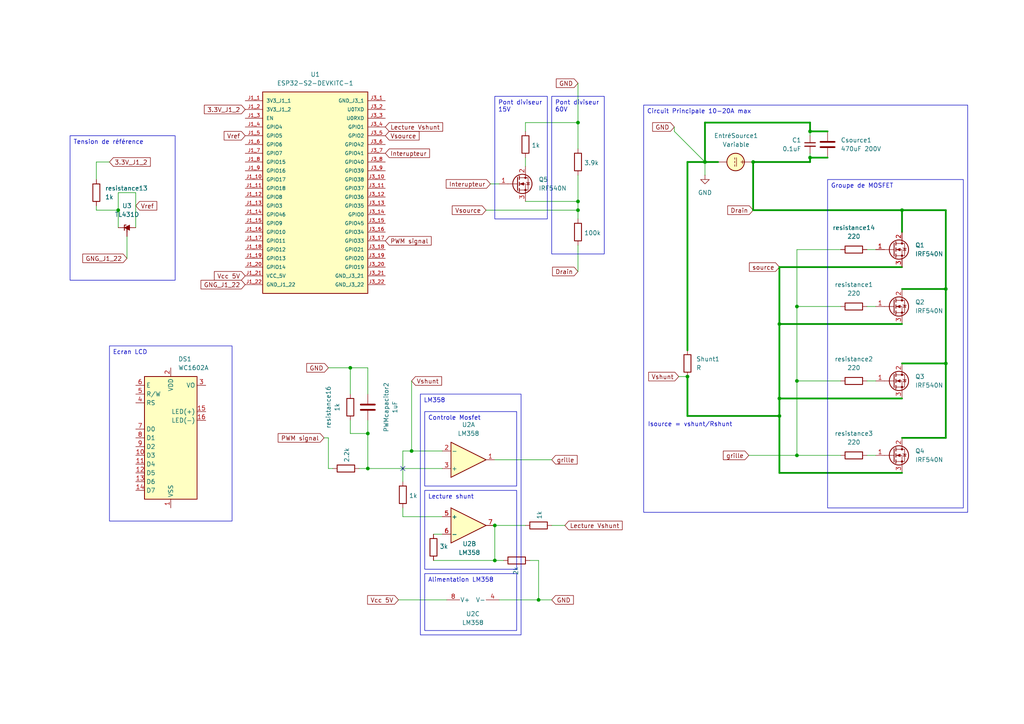
<source format=kicad_sch>
(kicad_sch (version 20250114) (generator "eeschema") (generator_version "9.0")
  (paper "A4")
  (lib_symbols
    (symbol "Amplifier_Operational:LM358" (pin_names (offset 0.127))
      (property "Reference" "U" (at 0 5.08 0))
      (property "Value" "LM358" (at 0 -5.08 0))
      (symbol "LM358_1_1"
        (polyline (pts (xy -5.08 5.08) (xy 5.08 0) (xy -5.08 -5.08) (xy -5.08 5.08)) (stroke (width 0.254)) (fill (type background)))
        (pin input line (at -7.62 2.54 0) (length 2.54) (name "+") (number "3"))
        (pin input line (at -7.62 -2.54 0) (length 2.54) (name "-") (number "2"))
        (pin output line (at 7.62 0 180) (length 2.54) (name "~") (number "1"))
      )
      (symbol "LM358_2_1"
        (polyline (pts (xy -5.08 5.08) (xy 5.08 0) (xy -5.08 -5.08) (xy -5.08 5.08)) (stroke (width 0.254)) (fill (type background)))
        (pin input line (at -7.62 2.54 0) (length 2.54) (name "+") (number "5"))
        (pin input line (at -7.62 -2.54 0) (length 2.54) (name "-") (number "6"))
        (pin output line (at 7.62 0 180) (length 2.54) (name "~") (number "7"))
      )
      (symbol "LM358_3_1"
        (pin power_in line (at -2.54 7.62 270) (length 3.81) (name "V+") (number "8"))
        (pin power_in line (at -2.54 -7.62 90) (length 3.81) (name "V-") (number "4"))
      )
    )
    (symbol "Device:C" (pin_numbers (hide yes)) (pin_names (offset 0.254))
      (property "Reference" "C" (at 0.635 2.54 0))
      (property "Value" "C" (at 0.635 -2.54 0))
      (symbol "C_0_1"
        (polyline (pts (xy -2.032 0.762) (xy 2.032 0.762)) (stroke (width 0.508)))
        (polyline (pts (xy -2.032 -0.762) (xy 2.032 -0.762)) (stroke (width 0.508)))
      )
      (symbol "C_1_1"
        (pin passive line (at 0 3.81 270) (length 2.794) (name "~") (number "1"))
        (pin passive line (at 0 -3.81 90) (length 2.794) (name "~") (number "2"))
      )
    )
    (symbol "Device:C_Small" (pin_numbers (hide yes)) (pin_names (offset 0.254) (hide yes))
      (property "Reference" "C" (at 0.254 1.778 0))
      (property "Value" "C_Small" (at 0.254 -2.032 0))
      (symbol "C_Small_0_1"
        (polyline (pts (xy -1.524 0.508) (xy 1.524 0.508)) (stroke (width 0.3048)))
        (polyline (pts (xy -1.524 -0.508) (xy 1.524 -0.508)) (stroke (width 0.3302)))
      )
      (symbol "C_Small_1_1"
        (pin passive line (at 0 2.54 270) (length 2.032) (name "~") (number "1"))
        (pin passive line (at 0 -2.54 90) (length 2.032) (name "~") (number "2"))
      )
    )
    (symbol "Device:R" (pin_numbers (hide yes)) (pin_names (offset 0))
      (property "Reference" "R" (at 2.032 0 90))
      (property "Value" "R" (at 0 0 90))
      (symbol "R_0_1"
        (rectangle (start -1.016 -2.54) (end 1.016 2.54) (stroke (width 0.254)))
      )
      (symbol "R_1_1"
        (pin passive line (at 0 3.81 270) (length 1.27) (name "~") (number "1"))
        (pin passive line (at 0 -3.81 90) (length 1.27) (name "~") (number "2"))
      )
    )
    (symbol "Display_Character:WC1602A"
      (property "Reference" "DS" (at -5.842 19.05 0))
      (property "Value" "WC1602A" (at 5.334 19.05 0))
      (symbol "WC1602A_1_1"
        (rectangle (start -7.62 17.78) (end 7.62 -17.78) (stroke (width 0.254)) (fill (type background)))
        (pin input line (at -10.16 15.24 0) (length 2.54) (name "E") (number "6"))
        (pin input line (at -10.16 12.7 0) (length 2.54) (name "R/W") (number "5"))
        (pin input line (at -10.16 10.16 0) (length 2.54) (name "RS") (number "4"))
        (pin input line (at -10.16 2.54 0) (length 2.54) (name "D0") (number "7"))
        (pin input line (at -10.16 0 0) (length 2.54) (name "D1") (number "8"))
        (pin input line (at -10.16 -2.54 0) (length 2.54) (name "D2") (number "9"))
        (pin input line (at -10.16 -5.08 0) (length 2.54) (name "D3") (number "10"))
        (pin input line (at -10.16 -7.62 0) (length 2.54) (name "D4") (number "11"))
        (pin input line (at -10.16 -10.16 0) (length 2.54) (name "D5") (number "12"))
        (pin input line (at -10.16 -12.7 0) (length 2.54) (name "D6") (number "13"))
        (pin input line (at -10.16 -15.24 0) (length 2.54) (name "D7") (number "14"))
        (pin power_in line (at 0 20.32 270) (length 2.54) (name "VDD") (number "2"))
        (pin power_in line (at 0 -20.32 90) (length 2.54) (name "VSS") (number "1"))
        (pin input line (at 10.16 15.24 180) (length 2.54) (name "VO") (number "3"))
        (pin power_in line (at 10.16 7.62 180) (length 2.54) (name "LED(+)") (number "15"))
        (pin power_in line (at 10.16 5.08 180) (length 2.54) (name "LED(-)") (number "16"))
      )
    )
    (symbol "ESP32-S2-DEVKITC-1:ESP32-S2-DEVKITC-1" (pin_names (offset 1.016))
      (property "Reference" "U" (at -15.24 31.242 0))
      (property "Value" "ESP32-S2-DEVKITC-1" (at -15.24 -30.48 0))
      (symbol "ESP32-S2-DEVKITC-1_0_0"
        (rectangle (start -15.24 -27.94) (end 15.24 30.48) (stroke (width 0.254)) (fill (type background)))
        (pin power_in line (at -20.32 27.94 0) (length 5.08) (name "3V3_J1_1") (number "J1_1"))
        (pin power_in line (at -20.32 25.4 0) (length 5.08) (name "3V3_J1_2") (number "J1_2"))
        (pin input line (at -20.32 22.86 0) (length 5.08) (name "EN") (number "J1_3"))
        (pin bidirectional line (at -20.32 20.32 0) (length 5.08) (name "GPIO4") (number "J1_4"))
        (pin bidirectional line (at -20.32 17.78 0) (length 5.08) (name "GPIO5") (number "J1_5"))
        (pin bidirectional line (at -20.32 15.24 0) (length 5.08) (name "GPIO6") (number "J1_6"))
        (pin bidirectional line (at -20.32 12.7 0) (length 5.08) (name "GPIO7") (number "J1_7"))
        (pin bidirectional line (at -20.32 10.16 0) (length 5.08) (name "GPIO15") (number "J1_8"))
        (pin bidirectional line (at -20.32 7.62 0) (length 5.08) (name "GPIO16") (number "J1_9"))
        (pin bidirectional line (at -20.32 5.08 0) (length 5.08) (name "GPIO17") (number "J1_10"))
        (pin bidirectional line (at -20.32 2.54 0) (length 5.08) (name "GPIO18") (number "J1_11"))
        (pin bidirectional line (at -20.32 0 0) (length 5.08) (name "GPIO8") (number "J1_12"))
        (pin bidirectional line (at -20.32 -2.54 0) (length 5.08) (name "GPIO3") (number "J1_13"))
        (pin bidirectional line (at -20.32 -5.08 0) (length 5.08) (name "GPIO46") (number "J1_14"))
        (pin bidirectional line (at -20.32 -7.62 0) (length 5.08) (name "GPIO9") (number "J1_15"))
        (pin bidirectional line (at -20.32 -10.16 0) (length 5.08) (name "GPIO10") (number "J1_16"))
        (pin bidirectional line (at -20.32 -12.7 0) (length 5.08) (name "GPIO11") (number "J1_17"))
        (pin bidirectional line (at -20.32 -15.24 0) (length 5.08) (name "GPIO12") (number "J1_18"))
        (pin bidirectional line (at -20.32 -17.78 0) (length 5.08) (name "GPIO13") (number "J1_19"))
        (pin bidirectional line (at -20.32 -20.32 0) (length 5.08) (name "GPIO14") (number "J1_20"))
        (pin power_in line (at -20.32 -22.86 0) (length 5.08) (name "VCC_5V") (number "J1_21"))
        (pin power_in line (at -20.32 -25.4 0) (length 5.08) (name "GND_J1_22") (number "J1_22"))
        (pin power_in line (at 20.32 27.94 180) (length 5.08) (name "GND_J3_1") (number "J3_1"))
        (pin bidirectional line (at 20.32 25.4 180) (length 5.08) (name "U0TXD") (number "J3_2"))
        (pin bidirectional line (at 20.32 22.86 180) (length 5.08) (name "U0RXD") (number "J3_3"))
        (pin bidirectional line (at 20.32 20.32 180) (length 5.08) (name "GPIO1") (number "J3_4"))
        (pin bidirectional line (at 20.32 17.78 180) (length 5.08) (name "GPIO2") (number "J3_5"))
        (pin bidirectional line (at 20.32 15.24 180) (length 5.08) (name "GPIO42") (number "J3_6"))
        (pin bidirectional line (at 20.32 12.7 180) (length 5.08) (name "GPIO41") (number "J3_7"))
        (pin bidirectional line (at 20.32 10.16 180) (length 5.08) (name "GPIO40") (number "J3_8"))
        (pin bidirectional line (at 20.32 7.62 180) (length 5.08) (name "GPIO39") (number "J3_9"))
        (pin bidirectional line (at 20.32 5.08 180) (length 5.08) (name "GPIO38") (number "J3_10"))
        (pin bidirectional line (at 20.32 2.54 180) (length 5.08) (name "GPIO37") (number "J3_11"))
        (pin bidirectional line (at 20.32 0 180) (length 5.08) (name "GPIO36") (number "J3_12"))
        (pin bidirectional line (at 20.32 -2.54 180) (length 5.08) (name "GPIO35") (number "J3_13"))
        (pin bidirectional line (at 20.32 -5.08 180) (length 5.08) (name "GPIO0") (number "J3_14"))
        (pin bidirectional line (at 20.32 -7.62 180) (length 5.08) (name "GPIO45") (number "J3_15"))
        (pin bidirectional line (at 20.32 -10.16 180) (length 5.08) (name "GPIO34") (number "J3_16"))
        (pin bidirectional line (at 20.32 -12.7 180) (length 5.08) (name "GPIO33") (number "J3_17"))
        (pin bidirectional line (at 20.32 -15.24 180) (length 5.08) (name "GPIO21") (number "J3_18"))
        (pin bidirectional line (at 20.32 -17.78 180) (length 5.08) (name "GPIO20") (number "J3_19"))
        (pin bidirectional line (at 20.32 -20.32 180) (length 5.08) (name "GPIO19") (number "J3_20"))
        (pin power_in line (at 20.32 -22.86 180) (length 5.08) (name "GND_J3_21") (number "J3_21"))
        (pin power_in line (at 20.32 -25.4 180) (length 5.08) (name "GND_J3_22") (number "J3_22"))
      )
    )
    (symbol "Reference_Voltage:TL431D" (pin_numbers (hide yes)) (pin_names (hide yes))
      (property "Reference" "U" (at 0 -2.54 0))
      (property "Value" "TL431D" (at 0 -4.445 0))
      (symbol "TL431D_0_1"
        (polyline (pts (xy -1.27 0) (xy 0 0) (xy 1.27 0)))
        (polyline (pts (xy -0.762 -0.762) (xy -0.762 0.762) (xy -0.762 0.762) (xy 0.762 0) (xy -0.762 -0.762)) (fill (type outline)))
        (polyline (pts (xy 0.254 -0.762) (xy 0.762 -0.762) (xy 0.762 0.762) (xy 0.762 0.762)) (stroke (width 0.254)))
      )
      (symbol "TL431D_1_1"
        (polyline (pts (xy 0 1.27) (xy 0 0)))
        (pin passive line (at -2.54 0 0) (length 2.54) (name "A") (number "2"))
        (pin passive line (at -2.54 0 0) (length 2.54) (hide yes) (name "A") (number "3"))
        (pin passive line (at -2.54 0 0) (length 2.54) (hide yes) (name "A") (number "6"))
        (pin passive line (at -2.54 0 0) (length 2.54) (hide yes) (name "A") (number "7"))
        (pin passive line (at 0 2.54 270) (length 2.54) (name "REF") (number "8"))
        (pin passive line (at 2.54 0 180) (length 2.54) (name "K") (number "1"))
      )
    )
    (symbol "Simulation_SPICE:VDC" (pin_numbers (hide yes)) (pin_names (offset 0.0254))
      (property "Reference" "V" (at 2.54 2.54 0))
      (property "Value" "1" (at 2.54 0 0))
      (symbol "VDC_0_0"
        (polyline (pts (xy -1.27 0.254) (xy 1.27 0.254)))
        (polyline (pts (xy -0.762 -0.254) (xy -1.27 -0.254)))
        (polyline (pts (xy 0.254 -0.254) (xy -0.254 -0.254)))
        (polyline (pts (xy 1.27 -0.254) (xy 0.762 -0.254)))
        (text "+" (at 0 1.905 0) (effects (font (size 1.27 1.27))))
      )
      (symbol "VDC_0_1"
        (circle (center 0 0) (radius 2.54) (stroke (width 0.254)) (fill (type background)))
      )
      (symbol "VDC_1_1"
        (pin passive line (at 0 5.08 270) (length 2.54) (name "~") (number "1"))
        (pin passive line (at 0 -5.08 90) (length 2.54) (name "~") (number "2"))
      )
    )
    (symbol "Transistor_FET:IRF540N" (pin_names (hide yes))
      (property "Reference" "Q" (at 5.08 1.905 0))
      (property "Value" "IRF540N" (at 5.08 0 0))
      (symbol "IRF540N_0_1"
        (polyline (pts (xy 0.254 1.905) (xy 0.254 -1.905)) (stroke (width 0.254)))
        (polyline (pts (xy 0.254 0) (xy -2.54 0)))
        (polyline (pts (xy 0.762 2.286) (xy 0.762 1.27)) (stroke (width 0.254)))
        (polyline (pts (xy 0.762 0.508) (xy 0.762 -0.508)) (stroke (width 0.254)))
        (polyline (pts (xy 0.762 -1.27) (xy 0.762 -2.286)) (stroke (width 0.254)))
        (polyline (pts (xy 0.762 -1.778) (xy 3.302 -1.778) (xy 3.302 1.778) (xy 0.762 1.778)))
        (polyline (pts (xy 1.016 0) (xy 2.032 0.381) (xy 2.032 -0.381) (xy 1.016 0)) (fill (type outline)))
        (circle (center 1.651 0) (radius 2.794) (stroke (width 0.254)))
        (polyline (pts (xy 2.54 2.54) (xy 2.54 1.778)))
        (circle (center 2.54 1.778) (radius 0.254) (fill (type outline)))
        (circle (center 2.54 -1.778) (radius 0.254) (fill (type outline)))
        (polyline (pts (xy 2.54 -2.54) (xy 2.54 0) (xy 0.762 0)))
        (polyline (pts (xy 2.794 0.508) (xy 2.921 0.381) (xy 3.683 0.381) (xy 3.81 0.254)))
        (polyline (pts (xy 3.302 0.381) (xy 2.921 -0.254) (xy 3.683 -0.254) (xy 3.302 0.381)))
      )
      (symbol "IRF540N_1_1"
        (pin input line (at -5.08 0 0) (length 2.54) (name "G") (number "1"))
        (pin passive line (at 2.54 5.08 270) (length 2.54) (name "D") (number "2"))
        (pin passive line (at 2.54 -5.08 90) (length 2.54) (name "S") (number "3"))
      )
    )
    (symbol "power:GND" (power) (pin_numbers (hide yes)) (pin_names (offset 0) (hide yes))
      (property "Value" "GND" (at 0 -3.81 0))
      (symbol "GND_0_1"
        (polyline (pts (xy 0 0) (xy 0 -1.27) (xy 1.27 -1.27) (xy 0 -2.54) (xy -1.27 -1.27) (xy 0 -1.27)))
      )
      (symbol "GND_1_1"
        (pin power_in line (at 0 0 270) (length 0) (name "~") (number "1"))
      )
    )
  )
  (text "Isource = vshunt/Rshunt" (at 200.152 123.19 0) (effects (font (size 1.27 1.27))))
  (text_box "Circuit Principale 10-20A max " (at 186.69 30.48 0) (size 93.98 118.11) (margins 0.9525 0.9525 0.9525 0.9525) (effects (font (size 1.27 1.27)) (justify left top)))
  (text_box "Alimentation LM358" (at 123.19 166.37 0) (size 26.67 16.51) (margins 0.9525 0.9525 0.9525 0.9525) (effects (font (size 1.27 1.27)) (justify left top)))
  (text_box "Ecran LCD" (at 31.75 100.33 0) (size 35.56 50.8) (margins 0.9525 0.9525 0.9525 0.9525) (effects (font (size 1.27 1.27)) (justify left top)))
  (text_box "Pont diviseur 60V" (at 160.02 27.94 0) (size 15.24 45.72) (margins 0.9525 0.9525 0.9525 0.9525) (effects (font (size 1.27 1.27)) (justify left top)))
  (text_box "Groupe de MOSFET" (at 240.03 52.07 0) (size 39.37 95.25) (margins 0.9525 0.9525 0.9525 0.9525) (effects (font (size 1.27 1.27)) (justify left top)))
  (text_box "Controle Mosfet" (at 123.19 119.38 0) (size 26.67 21.59) (margins 0.9525 0.9525 0.9525 0.9525) (effects (font (size 1.27 1.27)) (justify left top)))
  (text_box "Pont diviseur 15V" (at 143.51 27.94 0) (size 15.24 35.56) (margins 0.9525 0.9525 0.9525 0.9525) (effects (font (size 1.27 1.27)) (justify left top)))
  (text_box "Lecture shunt" (at 123.19 142.24 0) (size 26.67 22.86) (margins 0.9525 0.9525 0.9525 0.9525) (effects (font (size 1.27 1.27)) (justify left top)))
  (text_box "Tension de référence" (at 20.32 39.37 0) (size 30.48 41.91) (margins 0.9525 0.9525 0.9525 0.9525) (effects (font (size 1.27 1.27)) (justify left top)))
  (text_box "LM358" (at 121.92 114.3 0) (size 29.21 69.85) (margins 0.9525 0.9525 0.9525 0.9525) (effects (font (size 1.27 1.27)) (justify left top)))
  (junction (at 143.51 152.4))
  (junction (at 204.47 46.99))
  (junction (at 234.95 38.1))
  (junction (at 226.06 93.98))
  (junction (at 199.39 109.22))
  (junction (at 261.62 60.96))
  (junction (at 231.14 132.08))
  (junction (at 167.64 60.96))
  (junction (at 218.44 46.99))
  (junction (at 34.29 60.96))
  (junction (at 167.64 35.56))
  (junction (at 234.95 45.72))
  (junction (at 156.21 173.99))
  (junction (at 274.32 83.82))
  (junction (at 226.06 120.65))
  (junction (at 143.51 162.56))
  (junction (at 167.64 58.42))
  (junction (at 231.14 110.49))
  (junction (at 231.14 88.9))
  (junction (at 226.06 115.57))
  (junction (at 106.68 135.89))
  (junction (at 119.38 130.81))
  (junction (at 101.6 106.68))
  (junction (at 274.32 105.41))
  (junction (at 106.68 125.73))
  (no_connect (at 116.84 135.89))
  (wire (pts (xy 39.37 66.04) (xy 39.37 55.88)))
  (wire (pts (xy 152.4 35.56) (xy 152.4 38.1)))
  (wire (pts (xy 261.62 83.82) (xy 274.32 83.82)) (stroke (width 0.508)))
  (wire (pts (xy 231.14 110.49) (xy 231.14 132.08)))
  (wire (pts (xy 125.73 162.56) (xy 143.51 162.56)))
  (wire (pts (xy 140.97 60.96) (xy 167.64 60.96)))
  (wire (pts (xy 231.14 88.9) (xy 243.84 88.9)))
  (wire (pts (xy 116.84 149.86) (xy 128.27 149.86)))
  (wire (pts (xy 217.17 132.08) (xy 231.14 132.08)))
  (wire (pts (xy 226.06 77.47) (xy 261.62 77.47)) (stroke (width 0.508)))
  (wire (pts (xy 167.64 60.96) (xy 167.64 63.5)))
  (wire (pts (xy 144.78 173.99) (xy 156.21 173.99)))
  (wire (pts (xy 116.84 130.81) (xy 116.84 139.7)))
  (wire (pts (xy 125.73 154.94) (xy 128.27 154.94)))
  (wire (pts (xy 152.4 35.56) (xy 167.64 35.56)))
  (wire (pts (xy 274.32 83.82) (xy 274.32 105.41)) (stroke (width 0.508)))
  (wire (pts (xy 95.25 127) (xy 95.25 135.89)))
  (wire (pts (xy 251.46 88.9) (xy 254 88.9)))
  (wire (pts (xy 31.75 46.99) (xy 27.94 46.99)))
  (wire (pts (xy 142.24 53.34) (xy 144.78 53.34)))
  (wire (pts (xy 199.39 120.65) (xy 226.06 120.65)) (stroke (width 0.508)))
  (wire (pts (xy 106.68 121.92) (xy 106.68 125.73)))
  (wire (pts (xy 152.4 58.42) (xy 167.64 58.42)))
  (wire (pts (xy 231.14 88.9) (xy 231.14 110.49)))
  (wire (pts (xy 199.39 46.99) (xy 199.39 101.6)) (stroke (width 0.508)))
  (wire (pts (xy 231.14 110.49) (xy 243.84 110.49)))
  (wire (pts (xy 274.32 60.96) (xy 274.32 83.82)) (stroke (width 0.508)))
  (wire (pts (xy 274.32 105.41) (xy 274.32 127)) (stroke (width 0.508)))
  (wire (pts (xy 27.94 59.69) (xy 27.94 60.96)))
  (wire (pts (xy 104.14 135.89) (xy 106.68 135.89)))
  (wire (pts (xy 234.95 44.45) (xy 234.95 45.72)))
  (wire (pts (xy 195.58 38.1) (xy 204.47 46.99)))
  (wire (pts (xy 153.67 162.56) (xy 156.21 162.56)))
  (wire (pts (xy 199.39 46.99) (xy 204.47 46.99)) (stroke (width 0.508)))
  (wire (pts (xy 36.83 68.58) (xy 36.83 74.93)))
  (wire (pts (xy 160.02 133.35) (xy 143.51 133.35)))
  (wire (pts (xy 226.06 93.98) (xy 226.06 115.57)) (stroke (width 0.508)))
  (wire (pts (xy 106.68 135.89) (xy 128.27 135.89)))
  (wire (pts (xy 119.38 130.81) (xy 128.27 130.81)))
  (wire (pts (xy 226.06 115.57) (xy 226.06 120.65)) (stroke (width 0.508)))
  (wire (pts (xy 95.25 135.89) (xy 96.52 135.89)))
  (wire (pts (xy 27.94 60.96) (xy 34.29 60.96)))
  (wire (pts (xy 167.64 24.13) (xy 167.64 35.56)))
  (wire (pts (xy 274.32 127) (xy 261.62 127)) (stroke (width 0.508)))
  (wire (pts (xy 261.62 105.41) (xy 274.32 105.41)) (stroke (width 0.508)))
  (wire (pts (xy 231.14 72.39) (xy 231.14 88.9)))
  (wire (pts (xy 234.95 38.1) (xy 234.95 39.37)))
  (wire (pts (xy 208.28 46.99) (xy 204.47 46.99)) (stroke (width 0.508)))
  (wire (pts (xy 204.47 35.56) (xy 234.95 35.56)) (stroke (width 0.508)))
  (wire (pts (xy 199.39 109.22) (xy 199.39 120.65)) (stroke (width 0.508)))
  (wire (pts (xy 167.64 71.12) (xy 167.64 78.74)))
  (wire (pts (xy 143.51 152.4) (xy 152.4 152.4)))
  (wire (pts (xy 167.64 35.56) (xy 167.64 43.18)))
  (wire (pts (xy 101.6 121.92) (xy 101.6 125.73)))
  (wire (pts (xy 34.29 55.88) (xy 34.29 60.96)))
  (wire (pts (xy 101.6 106.68) (xy 101.6 114.3)))
  (wire (pts (xy 116.84 130.81) (xy 119.38 130.81)))
  (wire (pts (xy 195.58 36.83) (xy 195.58 38.1)))
  (wire (pts (xy 101.6 106.68) (xy 106.68 106.68)))
  (wire (pts (xy 115.57 173.99) (xy 129.54 173.99)))
  (wire (pts (xy 95.25 106.68) (xy 101.6 106.68)))
  (wire (pts (xy 156.21 162.56) (xy 156.21 173.99)))
  (wire (pts (xy 218.44 60.96) (xy 261.62 60.96)) (stroke (width 0.508)))
  (wire (pts (xy 231.14 132.08) (xy 243.84 132.08)))
  (wire (pts (xy 116.84 147.32) (xy 116.84 149.86)))
  (wire (pts (xy 251.46 72.39) (xy 254 72.39)))
  (wire (pts (xy 143.51 162.56) (xy 146.05 162.56)))
  (wire (pts (xy 234.95 45.72) (xy 240.03 45.72)) (stroke (width 0.508)))
  (wire (pts (xy 196.85 109.22) (xy 199.39 109.22)))
  (wire (pts (xy 156.21 173.99) (xy 160.02 173.99)))
  (wire (pts (xy 27.94 46.99) (xy 27.94 52.07)))
  (wire (pts (xy 218.44 46.99) (xy 218.44 60.96)) (stroke (width 0.508)))
  (wire (pts (xy 251.46 132.08) (xy 254 132.08)))
  (wire (pts (xy 226.06 115.57) (xy 261.62 115.57)) (stroke (width 0.508)))
  (wire (pts (xy 167.64 50.8) (xy 167.64 58.42)))
  (wire (pts (xy 251.46 110.49) (xy 254 110.49)))
  (wire (pts (xy 204.47 35.56) (xy 204.47 46.99)) (stroke (width 0.508)))
  (wire (pts (xy 39.37 55.88) (xy 34.29 55.88)))
  (wire (pts (xy 218.44 46.99) (xy 234.95 46.99)) (stroke (width 0.508)))
  (wire (pts (xy 143.51 152.4) (xy 143.51 162.56)))
  (wire (pts (xy 101.6 125.73) (xy 106.68 125.73)))
  (wire (pts (xy 167.64 58.42) (xy 167.64 60.96)))
  (wire (pts (xy 234.95 35.56) (xy 234.95 38.1)) (stroke (width 0.508)))
  (wire (pts (xy 106.68 106.68) (xy 106.68 114.3)))
  (wire (pts (xy 226.06 77.47) (xy 226.06 93.98)) (stroke (width 0.508)))
  (wire (pts (xy 261.62 60.96) (xy 261.62 67.31)) (stroke (width 0.508)))
  (wire (pts (xy 234.95 46.99) (xy 234.95 45.72)) (stroke (width 0.508)))
  (wire (pts (xy 231.14 72.39) (xy 243.84 72.39)))
  (wire (pts (xy 163.83 152.4) (xy 160.02 152.4)))
  (wire (pts (xy 226.06 137.16) (xy 261.62 137.16)) (stroke (width 0.508)))
  (wire (pts (xy 226.06 93.98) (xy 261.62 93.98)) (stroke (width 0.508)))
  (wire (pts (xy 204.47 46.99) (xy 204.47 50.8)))
  (wire (pts (xy 274.32 60.96) (xy 261.62 60.96)) (stroke (width 0.508)))
  (wire (pts (xy 152.4 45.72) (xy 152.4 48.26)))
  (wire (pts (xy 93.98 127) (xy 95.25 127)))
  (wire (pts (xy 234.95 38.1) (xy 240.03 38.1)) (stroke (width 0.508)))
  (wire (pts (xy 226.06 120.65) (xy 226.06 137.16)) (stroke (width 0.508)))
  (wire (pts (xy 119.38 110.49) (xy 119.38 130.81)))
  (wire (pts (xy 34.29 60.96) (xy 34.29 66.04)))
  (wire (pts (xy 106.68 125.73) (xy 106.68 135.89)))
  (global_label "Vref" (shape input) (at 71.12 39.37 180) (property "Intersheetrefs" "${INTERSHEET_REFS}" (effects (hide yes))))
  (global_label "PWM signal" (shape input) (at 93.98 127 180) (property "Intersheetrefs" "${INTERSHEET_REFS}" (effects (hide yes))))
  (global_label "PWM signal" (shape input) (at 111.76 69.85 0) (property "Intersheetrefs" "${INTERSHEET_REFS}" (effects (hide yes))))
  (global_label "Vcc 5V" (shape input) (at 71.12 80.01 180) (property "Intersheetrefs" "${INTERSHEET_REFS}" (effects (hide yes))))
  (global_label "Drain" (shape input) (at 167.64 78.74 180) (property "Intersheetrefs" "${INTERSHEET_REFS}" (effects (hide yes))))
  (global_label "Vshunt" (shape input) (at 196.85 109.22 180) (property "Intersheetrefs" "${INTERSHEET_REFS}" (effects (hide yes))))
  (global_label "3.3V_J1_2" (shape input) (at 31.75 46.99 0) (property "Intersheetrefs" "${INTERSHEET_REFS}" (effects (hide yes))))
  (global_label "Interupteur" (shape input) (at 142.24 53.34 180) (property "Intersheetrefs" "${INTERSHEET_REFS}" (effects (hide yes))))
  (global_label "grille" (shape input) (at 217.17 132.08 180) (property "Intersheetrefs" "${INTERSHEET_REFS}" (effects (hide yes))))
  (global_label "GNG_J1_22" (shape input) (at 36.83 74.93 180) (property "Intersheetrefs" "${INTERSHEET_REFS}" (effects (hide yes))))
  (global_label "grille" (shape input) (at 160.02 133.35 0) (property "Intersheetrefs" "${INTERSHEET_REFS}" (effects (hide yes))))
  (global_label "Lecture Vshunt" (shape input) (at 163.83 152.4 0) (property "Intersheetrefs" "${INTERSHEET_REFS}" (effects (hide yes))))
  (global_label "Vref" (shape input) (at 39.37 59.69 0) (property "Intersheetrefs" "${INTERSHEET_REFS}" (effects (hide yes))))
  (global_label "GND" (shape input) (at 95.25 106.68 180) (property "Intersheetrefs" "${INTERSHEET_REFS}" (effects (hide yes))))
  (global_label "Drain" (shape input) (at 218.44 60.96 180) (property "Intersheetrefs" "${INTERSHEET_REFS}" (effects (hide yes))))
  (global_label "GND" (shape input) (at 167.64 24.13 180) (property "Intersheetrefs" "${INTERSHEET_REFS}" (effects (hide yes))))
  (global_label "Vsource" (shape input) (at 111.76 39.37 0) (property "Intersheetrefs" "${INTERSHEET_REFS}" (effects (hide yes))))
  (global_label "Vsource" (shape input) (at 140.97 60.96 180) (property "Intersheetrefs" "${INTERSHEET_REFS}" (effects (hide yes))))
  (global_label "Vshunt" (shape input) (at 119.38 110.49 0) (property "Intersheetrefs" "${INTERSHEET_REFS}" (effects (hide yes))))
  (global_label "Vcc 5V" (shape input) (at 115.57 173.99 180) (property "Intersheetrefs" "${INTERSHEET_REFS}" (effects (hide yes))))
  (global_label "Lecture Vshunt" (shape input) (at 111.76 36.83 0) (property "Intersheetrefs" "${INTERSHEET_REFS}" (effects (hide yes))))
  (global_label "GND" (shape input) (at 195.58 36.83 180) (property "Intersheetrefs" "${INTERSHEET_REFS}" (effects (hide yes))))
  (global_label "GNG_J1_22" (shape input) (at 71.12 82.55 180) (property "Intersheetrefs" "${INTERSHEET_REFS}" (effects (hide yes))))
  (global_label "GND" (shape input) (at 160.02 173.99 0) (property "Intersheetrefs" "${INTERSHEET_REFS}" (effects (hide yes))))
  (global_label "Interupteur" (shape input) (at 111.76 44.45 0) (property "Intersheetrefs" "${INTERSHEET_REFS}" (effects (hide yes))))
  (global_label "3.3V_J1_2" (shape input) (at 71.12 31.75 180) (property "Intersheetrefs" "${INTERSHEET_REFS}" (effects (hide yes))))
  (global_label "source" (shape input) (at 226.06 77.47 180) (property "Intersheetrefs" "${INTERSHEET_REFS}" (effects (hide yes))))
  (symbol (lib_id "Device:R") (at 247.65 110.49 90) (unit 1)
    (property "Reference" "resistance2" (at 247.65 104.14 90))
    (property "Value" "220" (at 247.65 106.68 90))
    (property "Description" "Resistor" (effects (hide yes)))
  )
  (symbol (lib_id "Device:R") (at 247.65 88.9 90) (unit 1)
    (property "Reference" "resistance1" (at 247.65 82.55 90))
    (property "Value" "220" (at 247.65 85.09 90))
    (property "Description" "Resistor" (effects (hide yes)))
  )
  (symbol (lib_id "Amplifier_Operational:LM358") (at 135.89 152.4 0) (unit 2)
    (property "Reference" "U2" (at 136.144 157.734 0))
    (property "Value" "LM358" (at 136.144 160.274 0))
    (property "Datasheet" "http://www.ti.com/lit/ds/symlink/lm2904-n.pdf" (effects (hide yes)))
    (property "Description" "Low-Power, Dual Operational Amplifiers, DIP-8/SOIC-8/TO-99-8" (effects (hide yes)))
  )
  (symbol (lib_id "Device:C_Small") (at 234.95 41.91 0) (mirror y) (unit 1)
    (property "Reference" "C1" (at 232.41 40.6462 0) (effects (justify left)))
    (property "Value" "0.1uF" (at 232.41 43.1862 0) (effects (justify left)))
    (property "Description" "Unpolarized capacitor, small symbol" (effects (hide yes)))
  )
  (symbol (lib_id "power:GND") (at 204.47 50.8 0) (unit 1)
    (property "Reference" "#PWR01" (effects (hide yes)))
    (property "Value" "GND" (at 204.47 55.88 0))
    (property "Description" "Power symbol creates a global label with name \"GND\" , ground" (effects (hide yes)))
  )
  (symbol (lib_id "Device:R") (at 167.64 67.31 0) (unit 1)
    (property "Reference" "resistance7" (effects (hide yes)))
    (property "Value" "100k" (at 169.418 67.564 0) (effects (justify left)))
    (property "Description" "Resistor" (effects (hide yes)))
  )
  (symbol (lib_id "Device:R") (at 116.84 143.51 0) (unit 1)
    (property "Reference" "resistance6" (effects (hide yes)))
    (property "Value" "1k" (at 118.618 143.764 0) (effects (justify left)))
    (property "Description" "Resistor" (effects (hide yes)))
  )
  (symbol (lib_id "Device:C") (at 106.68 118.11 180) (unit 1)
    (property "Reference" "PWMcapacitor2" (at 112.014 118.11 90))
    (property "Value" "1uF" (at 114.554 118.11 90))
    (property "Description" "Unpolarized capacitor" (effects (hide yes)))
  )
  (symbol (lib_id "Transistor_FET:IRF540N") (at 259.08 88.9 0) (unit 1)
    (property "Reference" "Q2" (at 265.43 87.6299 0) (effects (justify left)))
    (property "Value" "IRF540N" (at 265.43 90.1699 0) (effects (justify left)))
    (property "Footprint" "Package_TO_SOT_THT:TO-220-3_Vertical" (effects (hide yes)))
    (property "Datasheet" "http://www.irf.com/product-info/datasheets/data/irf540n.pdf" (effects (hide yes)))
    (property "Description" "33A Id, 100V Vds, HEXFET N-Channel MOSFET, TO-220" (effects (hide yes)))
  )
  (symbol (lib_id "Transistor_FET:IRF540N") (at 149.86 53.34 0) (unit 1)
    (property "Reference" "Q5" (at 156.21 52.0699 0) (effects (justify left)))
    (property "Value" "IRF540N" (at 156.21 54.6099 0) (effects (justify left)))
    (property "Footprint" "Package_TO_SOT_THT:TO-220-3_Vertical" (effects (hide yes)))
    (property "Datasheet" "http://www.irf.com/product-info/datasheets/data/irf540n.pdf" (effects (hide yes)))
    (property "Description" "33A Id, 100V Vds, HEXFET N-Channel MOSFET, TO-220" (effects (hide yes)))
  )
  (symbol (lib_id "Device:R") (at 152.4 41.91 0) (unit 1)
    (property "Reference" "resistance5" (effects (hide yes)))
    (property "Value" "1k" (at 154.178 42.164 0) (effects (justify left)))
    (property "Description" "Resistor" (effects (hide yes)))
  )
  (symbol (lib_id "Simulation_SPICE:VDC") (at 213.36 46.99 270) (unit 1)
    (property "Reference" "EntréSource1" (at 213.4898 39.37 90))
    (property "Value" "Variable" (at 213.4898 41.91 90))
    (property "Datasheet" "https://ngspice.sourceforge.io/docs/ngspice-html-manual/manual.xhtml#sec_Independent_Sources_for" (effects (hide yes)))
    (property "Description" "Voltage source, DC" (effects (hide yes)))
    (property "Sim.Pins" "1=+ 2=-" (effects (hide yes)))
    (property "Sim.Type" "DC" (effects (hide yes)))
    (property "Sim.Device" "V" (effects (hide yes)))
  )
  (symbol (lib_id "Device:R") (at 167.64 46.99 0) (unit 1)
    (property "Reference" "resistance4" (effects (hide yes)))
    (property "Value" "3.9k" (at 169.418 47.244 0) (effects (justify left)))
    (property "Description" "Resistor" (effects (hide yes)))
  )
  (symbol (lib_id "Device:R") (at 199.39 105.41 0) (unit 1)
    (property "Reference" "Shunt1" (at 201.93 104.1399 0) (effects (justify left)))
    (property "Value" "R" (at 201.93 106.6799 0) (effects (justify left)))
    (property "Description" "Resistor" (effects (hide yes)))
  )
  (symbol (lib_id "Device:R") (at 125.73 158.75 0) (mirror x) (unit 1)
    (property "Reference" "resistance8" (effects (hide yes)))
    (property "Value" "3k" (at 127.508 158.496 0) (effects (justify left)))
    (property "Description" "Resistor" (effects (hide yes)))
  )
  (symbol (lib_id "Device:R") (at 101.6 118.11 180) (unit 1)
    (property "Reference" "resistance16" (at 95.25 118.11 90))
    (property "Value" "1k" (at 97.79 118.11 90))
    (property "Description" "Resistor" (effects (hide yes)))
  )
  (symbol (lib_id "Device:R") (at 27.94 55.88 0) (unit 1)
    (property "Reference" "resistance13" (at 30.48 54.6099 0) (effects (justify left)))
    (property "Value" "1k" (at 30.48 57.1499 0) (effects (justify left)))
    (property "Description" "Resistor" (effects (hide yes)))
  )
  (symbol (lib_id "Device:R") (at 100.33 135.89 90) (unit 1)
    (property "Reference" "resistance15" (effects (hide yes)))
    (property "Value" "2.2k" (at 100.584 134.112 0) (effects (justify left)))
    (property "Description" "Resistor" (effects (hide yes)))
  )
  (symbol (lib_id "Device:R") (at 149.86 162.56 270) (unit 1)
    (property "Reference" "resistance9" (effects (hide yes)))
    (property "Value" "2k" (at 149.606 164.338 0) (effects (justify left)))
    (property "Description" "Resistor" (effects (hide yes)))
  )
  (symbol (lib_id "Transistor_FET:IRF540N") (at 259.08 72.39 0) (unit 1)
    (property "Reference" "Q1" (at 265.43 71.1199 0) (effects (justify left)))
    (property "Value" "IRF540N" (at 265.43 73.6599 0) (effects (justify left)))
    (property "Footprint" "Package_TO_SOT_THT:TO-220-3_Vertical" (effects (hide yes)))
    (property "Datasheet" "http://www.irf.com/product-info/datasheets/data/irf540n.pdf" (effects (hide yes)))
    (property "Description" "33A Id, 100V Vds, HEXFET N-Channel MOSFET, TO-220" (effects (hide yes)))
  )
  (symbol (lib_id "Device:R") (at 247.65 72.39 90) (unit 1)
    (property "Reference" "resistance14" (at 247.65 66.04 90))
    (property "Value" "220" (at 247.65 68.58 90))
    (property "Description" "Resistor" (effects (hide yes)))
  )
  (symbol (lib_id "Display_Character:WC1602A") (at 49.53 127 0) (unit 1)
    (property "Reference" "DS1" (at 51.6733 104.14 0) (effects (justify left)))
    (property "Value" "WC1602A" (at 51.6733 106.68 0) (effects (justify left)))
    (property "Footprint" "Display:WC1602A" (effects (hide yes)))
    (property "Datasheet" "http://www.wincomlcd.com/pdf/WC1602A-SFYLYHTC06.pdf" (effects (hide yes)))
    (property "Description" "LCD 16x2 Alphanumeric , 8 bit parallel bus, 5V VDD" (effects (hide yes)))
  )
  (symbol (lib_id "Device:R") (at 156.21 152.4 90) (unit 1)
    (property "Reference" "resistance11" (effects (hide yes)))
    (property "Value" "1k" (at 156.464 150.622 0) (effects (justify left)))
    (property "Description" "Resistor" (effects (hide yes)))
  )
  (symbol (lib_id "Transistor_FET:IRF540N") (at 259.08 132.08 0) (unit 1)
    (property "Reference" "Q4" (at 265.43 130.8099 0) (effects (justify left)))
    (property "Value" "IRF540N" (at 265.43 133.3499 0) (effects (justify left)))
    (property "Footprint" "Package_TO_SOT_THT:TO-220-3_Vertical" (effects (hide yes)))
    (property "Datasheet" "http://www.irf.com/product-info/datasheets/data/irf540n.pdf" (effects (hide yes)))
    (property "Description" "33A Id, 100V Vds, HEXFET N-Channel MOSFET, TO-220" (effects (hide yes)))
  )
  (symbol (lib_id "Device:C") (at 240.03 41.91 0) (unit 1)
    (property "Reference" "Csource1" (at 243.84 40.6399 0) (effects (justify left)))
    (property "Value" "470uF 200V" (at 243.84 43.1799 0) (effects (justify left)))
    (property "Description" "Unpolarized capacitor" (effects (hide yes)))
  )
  (symbol (lib_id "Device:R") (at 247.65 132.08 90) (unit 1)
    (property "Reference" "resistance3" (at 247.65 125.73 90))
    (property "Value" "220" (at 247.65 128.27 90))
    (property "Description" "Resistor" (effects (hide yes)))
  )
  (symbol (lib_id "Transistor_FET:IRF540N") (at 259.08 110.49 0) (unit 1)
    (property "Reference" "Q3" (at 265.43 109.2199 0) (effects (justify left)))
    (property "Value" "IRF540N" (at 265.43 111.7599 0) (effects (justify left)))
    (property "Footprint" "Package_TO_SOT_THT:TO-220-3_Vertical" (effects (hide yes)))
    (property "Datasheet" "http://www.irf.com/product-info/datasheets/data/irf540n.pdf" (effects (hide yes)))
    (property "Description" "33A Id, 100V Vds, HEXFET N-Channel MOSFET, TO-220" (effects (hide yes)))
  )
  (symbol (lib_id "Reference_Voltage:TL431D") (at 36.83 66.04 180) (unit 1)
    (property "Reference" "U3" (at 36.83 59.69 0))
    (property "Value" "TL431D" (at 36.83 62.23 0))
    (property "Footprint" "Package_SO:SOIC-8_3.9x4.9mm_P1.27mm" (effects (hide yes)))
    (property "Datasheet" "http://www.ti.com/lit/ds/symlink/tl431.pdf" (effects (hide yes)))
    (property "Description" "Shunt Regulator, SO-8" (effects (hide yes)))
  )
  (symbol (lib_id "Amplifier_Operational:LM358") (at 137.16 176.53 90) (mirror x) (unit 3)
    (property "Reference" "U2" (at 137.16 178.054 90))
    (property "Value" "LM358" (at 137.16 180.594 90))
    (property "Datasheet" "http://www.ti.com/lit/ds/symlink/lm2904-n.pdf" (effects (hide yes)))
    (property "Description" "Low-Power, Dual Operational Amplifiers, DIP-8/SOIC-8/TO-99-8" (effects (hide yes)))
  )
  (symbol (lib_id "Amplifier_Operational:LM358") (at 135.89 133.35 0) (mirror x) (unit 1)
    (property "Reference" "U2" (at 135.89 123.19 0))
    (property "Value" "LM358" (at 135.89 125.73 0))
    (property "Datasheet" "http://www.ti.com/lit/ds/symlink/lm2904-n.pdf" (effects (hide yes)))
    (property "Description" "Low-Power, Dual Operational Amplifiers, DIP-8/SOIC-8/TO-99-8" (effects (hide yes)))
  )
  (symbol (lib_id "ESP32-S2-DEVKITC-1:ESP32-S2-DEVKITC-1") (at 91.44 57.15 0) (unit 1)
    (property "Reference" "U1" (at 91.44 21.59 0))
    (property "Value" "ESP32-S2-DEVKITC-1" (at 91.44 24.13 0))
    (property "Footprint" "ESP32-S2-DEVKITC-1:MODULE_ESP32-S2-DEVKITC-1" (effects (hide yes)))
    (property "MF" "Espressif Systems" (effects (hide yes)))
    (property "Description_1" "ESP32-S2 ESP32-S Transceiver; 802.11 b/g/n (Wi-Fi, WiFi, WLAN) 2.4GHz Evaluation Board" (effects (hide yes)))
    (property "Package" "None" (effects (hide yes)))
    (property "Price" "None" (effects (hide yes)))
    (property "Check_prices" "https://www.snapeda.com/parts/ESP32-S2-DEVKITC-1/Espressif+Systems/view-part/?ref=eda" (effects (hide yes)))
    (property "STANDARD" "Manufacturer Recommendations" (effects (hide yes)))
    (property "PARTREV" "1.0" (effects (hide yes)))
    (property "SnapEDA_Link" "https://www.snapeda.com/parts/ESP32-S2-DEVKITC-1/Espressif+Systems/view-part/?ref=snap" (effects (hide yes)))
    (property "MP" "ESP32-S2-DEVKITC-1" (effects (hide yes)))
    (property "Availability" "In Stock" (effects (hide yes)))
    (property "MANUFACTURER" "Espressif Systems" (effects (hide yes)))
  )
)
</source>
